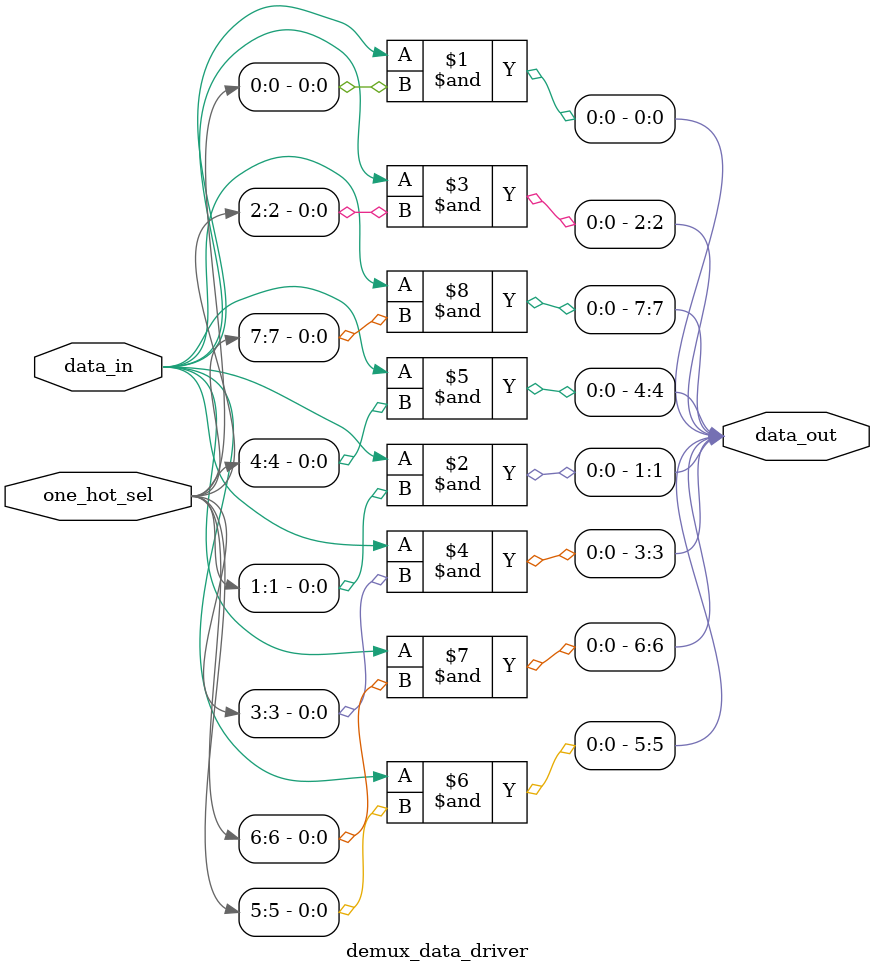
<source format=sv>

module param_demux #(
    parameter OUTPUT_COUNT = 8,         // Number of output lines
    parameter ADDR_WIDTH = 3            // Address width (log2 of outputs)
) (
    input wire data_input,              // Single data input
    input wire [ADDR_WIDTH-1:0] addr,   // Address selection
    output wire [OUTPUT_COUNT-1:0] out  // Multiple outputs
);

    // Internal one-hot decoded signal
    wire [OUTPUT_COUNT-1:0] one_hot_decode;

    // One-hot decoder submodule instance
    one_hot_decoder #(
        .OUTPUT_COUNT(OUTPUT_COUNT),
        .ADDR_WIDTH(ADDR_WIDTH)
    ) u_one_hot_decoder (
        .addr(addr),
        .one_hot_out(one_hot_decode)
    );

    // Data distribution submodule instance
    demux_data_driver #(
        .OUTPUT_COUNT(OUTPUT_COUNT)
    ) u_demux_data_driver (
        .data_in(data_input),
        .one_hot_sel(one_hot_decode),
        .data_out(out)
    );

endmodule

// --------------------------------------------------------------
// One-hot decoder: Converts address value to one-hot code output
// --------------------------------------------------------------
module one_hot_decoder #(
    parameter OUTPUT_COUNT = 8,
    parameter ADDR_WIDTH = 3
) (
    input wire [ADDR_WIDTH-1:0] addr,
    output wire [OUTPUT_COUNT-1:0] one_hot_out
);
    // Internal signals for subtraction and comparison
    wire [ADDR_WIDTH-1:0] addr_zero = {ADDR_WIDTH{1'b0}};
    wire [ADDR_WIDTH-1:0] addr_invert [OUTPUT_COUNT-1:0];
    wire [ADDR_WIDTH-1:0] addr_sub_result [OUTPUT_COUNT-1:0];
    wire [ADDR_WIDTH-1:0] one_hot_check [OUTPUT_COUNT-1:0];

    genvar i;
    generate
        for (i = 0; i < OUTPUT_COUNT; i = i + 1) begin : gen_one_hot
            // Invert the addr for two's complement addition
            assign addr_invert[i] = ~addr;
            // Subtract addr from current index using two's complement addition
            // result = i - addr = i + (~addr) + 1
            assign addr_sub_result[i] = i[ADDR_WIDTH-1:0] + addr_invert[i] + 1'b1;
            // If result is zero, then addr == i
            assign one_hot_check[i] = addr_sub_result[i];
            assign one_hot_out[i] = (one_hot_check[i] == addr_zero) ? 1'b1 : 1'b0;
        end
    endgenerate
endmodule

// -------------------------------------------------------------------
// Demux data driver: Gating data input to output lines by one-hot sel
// -------------------------------------------------------------------
module demux_data_driver #(
    parameter OUTPUT_COUNT = 8
) (
    input wire data_in,
    input wire [OUTPUT_COUNT-1:0] one_hot_sel,
    output wire [OUTPUT_COUNT-1:0] data_out
);
    // Gate data_in to out[i] if one_hot_sel[i] is asserted
    genvar j;
    generate
        for (j = 0; j < OUTPUT_COUNT; j = j + 1) begin : gen_data_driver
            assign data_out[j] = data_in & one_hot_sel[j];
        end
    endgenerate
endmodule
</source>
